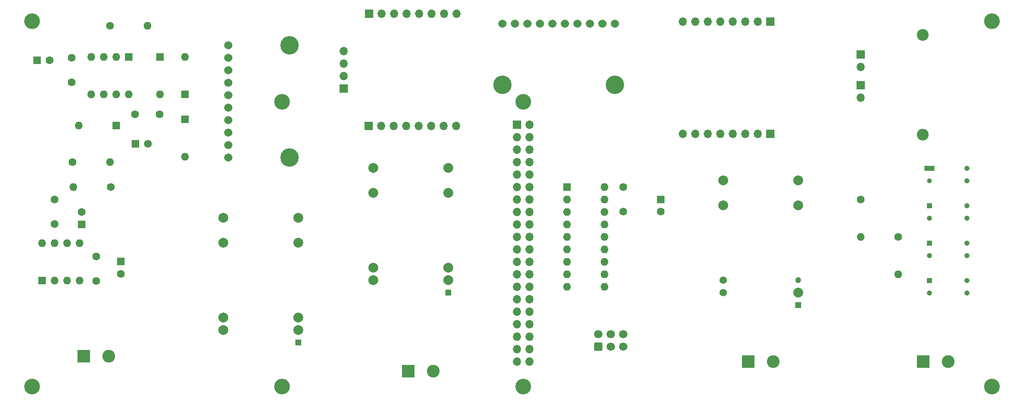
<source format=gbr>
%TF.GenerationSoftware,KiCad,Pcbnew,(6.0.5)*%
%TF.CreationDate,2022-08-03T21:49:30+02:00*%
%TF.ProjectId,VMN,564d4e2e-6b69-4636-9164-5f7063625858,rev?*%
%TF.SameCoordinates,Original*%
%TF.FileFunction,Soldermask,Bot*%
%TF.FilePolarity,Negative*%
%FSLAX46Y46*%
G04 Gerber Fmt 4.6, Leading zero omitted, Abs format (unit mm)*
G04 Created by KiCad (PCBNEW (6.0.5)) date 2022-08-03 21:49:30*
%MOMM*%
%LPD*%
G01*
G04 APERTURE LIST*
G04 Aperture macros list*
%AMRoundRect*
0 Rectangle with rounded corners*
0 $1 Rounding radius*
0 $2 $3 $4 $5 $6 $7 $8 $9 X,Y pos of 4 corners*
0 Add a 4 corners polygon primitive as box body*
4,1,4,$2,$3,$4,$5,$6,$7,$8,$9,$2,$3,0*
0 Add four circle primitives for the rounded corners*
1,1,$1+$1,$2,$3*
1,1,$1+$1,$4,$5*
1,1,$1+$1,$6,$7*
1,1,$1+$1,$8,$9*
0 Add four rect primitives between the rounded corners*
20,1,$1+$1,$2,$3,$4,$5,0*
20,1,$1+$1,$4,$5,$6,$7,0*
20,1,$1+$1,$6,$7,$8,$9,0*
20,1,$1+$1,$8,$9,$2,$3,0*%
G04 Aperture macros list end*
%ADD10R,1.700000X1.700000*%
%ADD11O,1.700000X1.700000*%
%ADD12C,3.200000*%
%ADD13R,1.600000X1.600000*%
%ADD14C,1.600000*%
%ADD15O,1.600000X1.600000*%
%ADD16C,1.665000*%
%ADD17C,3.750000*%
%ADD18R,2.600000X2.600000*%
%ADD19C,2.600000*%
%ADD20R,1.200000X1.200000*%
%ADD21C,2.000000*%
%ADD22C,1.200000*%
%ADD23C,1.500000*%
%ADD24RoundRect,0.250000X0.600000X-0.600000X0.600000X0.600000X-0.600000X0.600000X-0.600000X-0.600000X0*%
%ADD25C,1.700000*%
%ADD26R,1.070000X1.070000*%
%ADD27C,1.070000*%
%ADD28R,2.000000X1.070000*%
%ADD29C,1.000000*%
%ADD30C,2.400000*%
%ADD31O,2.400000X2.400000*%
G04 APERTURE END LIST*
D10*
%TO.C,J11*%
X213350000Y-56850000D03*
D11*
X213350000Y-59390000D03*
%TD*%
%TO.C,J12*%
X213350000Y-65590000D03*
D10*
X213350000Y-63050000D03*
%TD*%
%TO.C,J13*%
X195000000Y-73000000D03*
D11*
X192460000Y-73000000D03*
X189920000Y-73000000D03*
X187380000Y-73000000D03*
X184840000Y-73000000D03*
X182300000Y-73000000D03*
X179760000Y-73000000D03*
X177220000Y-73000000D03*
%TD*%
D10*
%TO.C,J10*%
X195000000Y-50140000D03*
D11*
X192460000Y-50140000D03*
X189920000Y-50140000D03*
X187380000Y-50140000D03*
X184840000Y-50140000D03*
X182300000Y-50140000D03*
X179760000Y-50140000D03*
X177220000Y-50140000D03*
%TD*%
D12*
%TO.C,REF\u002A\u002A*%
X95780000Y-124460000D03*
%TD*%
D13*
%TO.C,C10*%
X46000000Y-58000000D03*
D14*
X48500000Y-58000000D03*
%TD*%
D10*
%TO.C,J6*%
X113475000Y-48545000D03*
D11*
X116015000Y-48545000D03*
X118555000Y-48545000D03*
X121095000Y-48545000D03*
X123635000Y-48545000D03*
X126175000Y-48545000D03*
X128715000Y-48545000D03*
X131255000Y-48545000D03*
%TD*%
D14*
%TO.C,R3*%
X60960000Y-83820000D03*
D15*
X53340000Y-83820000D03*
%TD*%
D16*
%TO.C,U6*%
X84836000Y-77851000D03*
X84836000Y-75311000D03*
X84836000Y-72771000D03*
X84836000Y-70231000D03*
X84836000Y-67691000D03*
X84836000Y-65151000D03*
X84836000Y-62611000D03*
X84836000Y-60071000D03*
X84836000Y-57531000D03*
X84836000Y-54991000D03*
D17*
X97282000Y-54991000D03*
X97282000Y-77851000D03*
%TD*%
D13*
%TO.C,C9*%
X66000000Y-75000000D03*
D14*
X68500000Y-75000000D03*
%TD*%
D12*
%TO.C,REF\u002A\u002A*%
X144780000Y-124460000D03*
%TD*%
D13*
%TO.C,D4*%
X70940000Y-57330000D03*
D15*
X70940000Y-64950000D03*
%TD*%
D13*
%TO.C,U3*%
X64580000Y-57340000D03*
D15*
X62040000Y-57340000D03*
X59500000Y-57340000D03*
X56960000Y-57340000D03*
X56960000Y-64960000D03*
X59500000Y-64960000D03*
X62040000Y-64960000D03*
X64580000Y-64960000D03*
%TD*%
D12*
%TO.C,REF\u002A\u002A*%
X95780000Y-66460000D03*
%TD*%
D15*
%TO.C,U2*%
X161300000Y-83830000D03*
X161300000Y-86370000D03*
X161300000Y-88910000D03*
X161300000Y-91450000D03*
X161300000Y-93990000D03*
X161300000Y-96530000D03*
X161300000Y-99070000D03*
X161300000Y-101610000D03*
X161300000Y-104150000D03*
X153680000Y-104150000D03*
X153680000Y-101610000D03*
X153680000Y-99070000D03*
X153680000Y-96530000D03*
X153680000Y-93990000D03*
X153680000Y-91450000D03*
X153680000Y-88910000D03*
X153680000Y-86370000D03*
D13*
X153680000Y-83830000D03*
%TD*%
D18*
%TO.C,J2*%
X55455000Y-118305000D03*
D19*
X60535000Y-118305000D03*
%TD*%
D14*
%TO.C,C5*%
X49530000Y-91400000D03*
X49530000Y-86400000D03*
%TD*%
D20*
%TO.C,Alim_5V_ina282_iso1*%
X200630000Y-107880000D03*
D21*
X200630000Y-105340000D03*
D22*
X200630000Y-102800000D03*
D21*
X200630000Y-87560000D03*
X200630000Y-82480000D03*
X185390000Y-82480000D03*
X185390000Y-87560000D03*
D23*
X185390000Y-102800000D03*
X185390000Y-105340000D03*
%TD*%
D14*
%TO.C,C4*%
X58000000Y-103000000D03*
X58000000Y-98000000D03*
%TD*%
D12*
%TO.C,REF\u002A\u002A*%
X240000000Y-124460000D03*
%TD*%
D14*
%TO.C,C1*%
X165100000Y-83860000D03*
X165100000Y-88860000D03*
%TD*%
D18*
%TO.C,J1*%
X226060000Y-119380000D03*
D19*
X231140000Y-119380000D03*
%TD*%
D18*
%TO.C,J3*%
X190500000Y-119380000D03*
D19*
X195580000Y-119380000D03*
%TD*%
D13*
%TO.C,U1*%
X47000000Y-102860000D03*
D15*
X49540000Y-102860000D03*
X52080000Y-102860000D03*
X54620000Y-102860000D03*
X54620000Y-95240000D03*
X52080000Y-95240000D03*
X49540000Y-95240000D03*
X47000000Y-95240000D03*
%TD*%
D24*
%TO.C,J8*%
X160015000Y-116322800D03*
D25*
X160015000Y-113782800D03*
X162555000Y-116322800D03*
X162555000Y-113782800D03*
X165095000Y-116322800D03*
X165095000Y-113782800D03*
%TD*%
D16*
%TO.C,U5*%
X140570000Y-50571000D03*
X143110000Y-50571000D03*
X145650000Y-50571000D03*
X148190000Y-50571000D03*
X150730000Y-50571000D03*
X153270000Y-50571000D03*
X155810000Y-50571000D03*
X158350000Y-50571000D03*
X160890000Y-50571000D03*
X163430000Y-50571000D03*
D17*
X163430000Y-63017000D03*
X140570000Y-63017000D03*
%TD*%
D26*
%TO.C,K1*%
X227330000Y-102870000D03*
D27*
X227330000Y-105410000D03*
X234950000Y-105410000D03*
X234950000Y-102870000D03*
%TD*%
D13*
%TO.C,D1*%
X76020000Y-70030000D03*
D15*
X76020000Y-77650000D03*
%TD*%
D13*
%TO.C,D3*%
X76020000Y-64950000D03*
D15*
X76020000Y-57330000D03*
%TD*%
D12*
%TO.C,REF\u002A\u002A*%
X45000000Y-50000000D03*
X45000000Y-50000000D03*
%TD*%
D26*
%TO.C,K2*%
X227330000Y-95250000D03*
D27*
X227330000Y-97790000D03*
X234950000Y-97790000D03*
X234950000Y-95250000D03*
%TD*%
D12*
%TO.C,REF\u002A\u002A*%
X240000000Y-50000000D03*
X240000000Y-50000000D03*
%TD*%
D28*
%TO.C,K4*%
X227330000Y-80010000D03*
D29*
X227330000Y-82550000D03*
D27*
X234950000Y-82550000D03*
X234950000Y-80010000D03*
%TD*%
D14*
%TO.C,R2*%
X213360000Y-86360000D03*
D15*
X213360000Y-93980000D03*
%TD*%
D14*
%TO.C,C7*%
X65860000Y-69000000D03*
X70860000Y-69000000D03*
%TD*%
%TO.C,R1*%
X220980000Y-93980000D03*
D15*
X220980000Y-101600000D03*
%TD*%
D14*
%TO.C,C8*%
X53000000Y-57500000D03*
X53000000Y-62500000D03*
%TD*%
D20*
%TO.C,Alim_5V_Digital_rasp_iso1540_mcp1*%
X129510000Y-105340000D03*
D21*
X129510000Y-102800000D03*
X129510000Y-100260000D03*
X129510000Y-85020000D03*
X129510000Y-79940000D03*
X114270000Y-79940000D03*
X114270000Y-85020000D03*
X114270000Y-100260000D03*
X114270000Y-102800000D03*
%TD*%
D30*
%TO.C,R6*%
X226000000Y-52840000D03*
D31*
X226000000Y-73160000D03*
%TD*%
D13*
%TO.C,C3*%
X55000000Y-91440000D03*
D14*
X55000000Y-88940000D03*
%TD*%
%TO.C,R4*%
X60780000Y-50980000D03*
D15*
X68400000Y-50980000D03*
%TD*%
D14*
%TO.C,R5*%
X53190000Y-78740000D03*
D15*
X60810000Y-78740000D03*
%TD*%
D12*
%TO.C,REF\u002A\u002A*%
X45000000Y-124460000D03*
%TD*%
D18*
%TO.C,J9*%
X121455000Y-121305000D03*
D19*
X126535000Y-121305000D03*
%TD*%
D13*
%TO.C,D2*%
X62050000Y-71300000D03*
D15*
X54430000Y-71300000D03*
%TD*%
D20*
%TO.C,Alim_analog_Vmn1*%
X99060000Y-115500000D03*
D21*
X99060000Y-112960000D03*
X99060000Y-110420000D03*
X99060000Y-95180000D03*
X99060000Y-90100000D03*
X83820000Y-90100000D03*
X83820000Y-95180000D03*
X83820000Y-110420000D03*
X83820000Y-112960000D03*
%TD*%
D10*
%TO.C,J5*%
X108300000Y-63800000D03*
D11*
X108300000Y-61260000D03*
X108300000Y-58720000D03*
X108300000Y-56180000D03*
%TD*%
D13*
%TO.C,C6*%
X63000000Y-99000000D03*
D14*
X63000000Y-101500000D03*
%TD*%
D13*
%TO.C,C2*%
X172720000Y-86360000D03*
D14*
X172720000Y-88860000D03*
%TD*%
D26*
%TO.C,K3*%
X227330000Y-87630000D03*
D27*
X227330000Y-90170000D03*
X234950000Y-90170000D03*
X234950000Y-87630000D03*
%TD*%
D12*
%TO.C,REF\u002A\u002A*%
X144780000Y-66460000D03*
%TD*%
D10*
%TO.C,J7*%
X143510000Y-71120000D03*
D11*
X146050000Y-71120000D03*
X143510000Y-73660000D03*
X146050000Y-73660000D03*
X143510000Y-76200000D03*
X146050000Y-76200000D03*
X143510000Y-78740000D03*
X146050000Y-78740000D03*
X143510000Y-81280000D03*
X146050000Y-81280000D03*
X143510000Y-83820000D03*
X146050000Y-83820000D03*
X143510000Y-86360000D03*
X146050000Y-86360000D03*
X143510000Y-88900000D03*
X146050000Y-88900000D03*
X143510000Y-91440000D03*
X146050000Y-91440000D03*
X143510000Y-93980000D03*
X146050000Y-93980000D03*
X143510000Y-96520000D03*
X146050000Y-96520000D03*
X143510000Y-99060000D03*
X146050000Y-99060000D03*
X143510000Y-101600000D03*
X146050000Y-101600000D03*
X143510000Y-104140000D03*
X146050000Y-104140000D03*
X143510000Y-106680000D03*
X146050000Y-106680000D03*
X143510000Y-109220000D03*
X146050000Y-109220000D03*
X143510000Y-111760000D03*
X146050000Y-111760000D03*
X143510000Y-114300000D03*
X146050000Y-114300000D03*
X143510000Y-116840000D03*
X146050000Y-116840000D03*
X143510000Y-119380000D03*
X146050000Y-119380000D03*
%TD*%
D10*
%TO.C,J4*%
X113400000Y-71370000D03*
D11*
X115940000Y-71370000D03*
X118480000Y-71370000D03*
X121020000Y-71370000D03*
X123560000Y-71370000D03*
X126100000Y-71370000D03*
X128640000Y-71370000D03*
X131180000Y-71370000D03*
%TD*%
M02*

</source>
